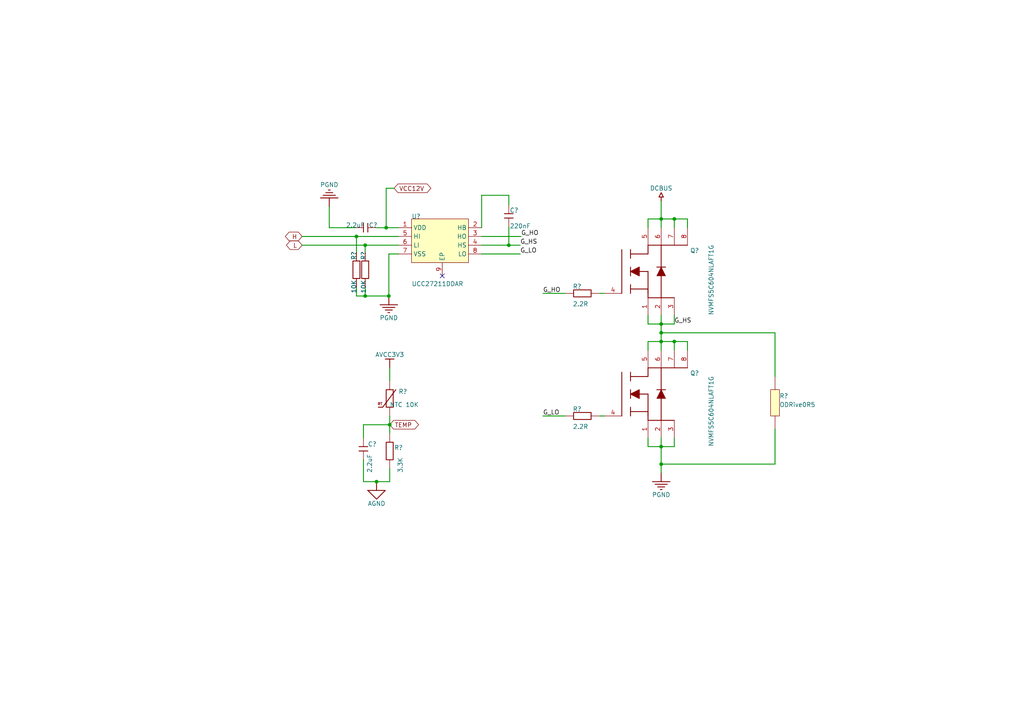
<source format=kicad_sch>
(kicad_sch (version 20211123) (generator eeschema)

  (uuid 5d64e681-b26c-4ce0-8fff-c9898262f19d)

  (paper "A4")

  (title_block
    (title "Aux")
    (date "2022-07-29")
    (company "Sarcomere Dynamics")
  )

  (lib_symbols
    (symbol "new-altium-import:0_BSC037N08NS5ATMA1" (in_bom yes) (on_board yes)
      (property "Reference" "" (id 0) (at 0 0 0)
        (effects (font (size 1.27 1.27)))
      )
      (property "Value" "0_BSC037N08NS5ATMA1" (id 1) (at 0 0 0)
        (effects (font (size 1.27 1.27)))
      )
      (property "Footprint" "" (id 2) (at 0 0 0)
        (effects (font (size 1.27 1.27)) hide)
      )
      (property "Datasheet" "" (id 3) (at 0 0 0)
        (effects (font (size 1.27 1.27)) hide)
      )
      (property "ki_fp_filters" "PG-TDSON-8_L5.0-W6.0-P1.27-LS6.2-BL-EP" (id 4) (at 0 0 0)
        (effects (font (size 1.27 1.27)) hide)
      )
      (symbol "0_BSC037N08NS5ATMA1_1_0"
        (polyline
          (pts
            (xy -7.62 6.35)
            (xy -7.62 19.05)
          )
          (stroke (width 0.254) (type default) (color 0 0 0 0))
          (fill (type none))
        )
        (polyline
          (pts
            (xy -5.08 8.89)
            (xy -5.08 6.35)
          )
          (stroke (width 0.254) (type default) (color 0 0 0 0))
          (fill (type none))
        )
        (polyline
          (pts
            (xy -5.08 11.43)
            (xy -5.08 13.97)
          )
          (stroke (width 0.254) (type default) (color 0 0 0 0))
          (fill (type none))
        )
        (polyline
          (pts
            (xy -5.08 12.7)
            (xy 0 12.7)
          )
          (stroke (width 0.254) (type default) (color 0 0 0 0))
          (fill (type none))
        )
        (polyline
          (pts
            (xy -5.08 16.51)
            (xy -5.08 19.05)
          )
          (stroke (width 0.254) (type default) (color 0 0 0 0))
          (fill (type none))
        )
        (polyline
          (pts
            (xy 0 5.08)
            (xy 7.62 5.08)
          )
          (stroke (width 0.254) (type default) (color 0 0 0 0))
          (fill (type none))
        )
        (polyline
          (pts
            (xy 0 12.7)
            (xy 0 6.35)
          )
          (stroke (width 0.254) (type default) (color 0 0 0 0))
          (fill (type none))
        )
        (polyline
          (pts
            (xy 0 20.32)
            (xy 11.43 20.32)
          )
          (stroke (width 0.254) (type default) (color 0 0 0 0))
          (fill (type none))
        )
        (polyline
          (pts
            (xy 2.54 13.97)
            (xy 5.08 13.97)
          )
          (stroke (width 0.254) (type default) (color 0 0 0 0))
          (fill (type none))
        )
        (polyline
          (pts
            (xy 3.81 5.08)
            (xy 3.81 20.32)
          )
          (stroke (width 0.254) (type default) (color 0 0 0 0))
          (fill (type none))
        )
        (polyline
          (pts
            (xy -5.08 7.62)
            (xy 0 7.62)
            (xy 0 5.08)
          )
          (stroke (width 0.254) (type default) (color 0 0 0 0))
          (fill (type none))
        )
        (polyline
          (pts
            (xy -5.08 17.78)
            (xy 0 17.78)
            (xy 0 20.32)
          )
          (stroke (width 0.254) (type default) (color 0 0 0 0))
          (fill (type none))
        )
        (polyline
          (pts
            (xy -5.08 12.7)
            (xy -2.54 13.97)
            (xy -2.54 11.43)
            (xy -5.08 12.7)
            (xy -5.08 12.7)
          )
          (stroke (width 0.254) (type default) (color 0 0 0 0))
          (fill (type outline))
        )
        (polyline
          (pts
            (xy 3.81 13.97)
            (xy 2.54 11.43)
            (xy 5.08 11.43)
            (xy 3.81 13.97)
            (xy 3.81 13.97)
          )
          (stroke (width 0) (type default) (color 0 0 0 0))
          (fill (type outline))
        )
        (pin passive line (at 0 0 90) (length 5.08)
          (name "1" (effects (font (size 0 0))))
          (number "1" (effects (font (size 1.27 1.27))))
        )
        (pin passive line (at 3.81 0 90) (length 5.08)
          (name "2" (effects (font (size 0 0))))
          (number "2" (effects (font (size 1.27 1.27))))
        )
        (pin passive line (at 7.62 0 90) (length 5.08)
          (name "3" (effects (font (size 0 0))))
          (number "3" (effects (font (size 1.27 1.27))))
        )
        (pin passive line (at -12.7 6.35 0) (length 5.08)
          (name "4" (effects (font (size 0 0))))
          (number "4" (effects (font (size 1.27 1.27))))
        )
        (pin passive line (at 0 25.4 270) (length 5.08)
          (name "5" (effects (font (size 0 0))))
          (number "5" (effects (font (size 1.27 1.27))))
        )
        (pin passive line (at 3.81 25.4 270) (length 5.08)
          (name "6" (effects (font (size 0 0))))
          (number "6" (effects (font (size 1.27 1.27))))
        )
        (pin passive line (at 7.62 25.4 270) (length 5.08)
          (name "7" (effects (font (size 0 0))))
          (number "7" (effects (font (size 1.27 1.27))))
        )
        (pin passive line (at 11.43 25.4 270) (length 5.08)
          (name "8" (effects (font (size 0 0))))
          (number "8" (effects (font (size 1.27 1.27))))
        )
      )
    )
    (symbol "new-altium-import:0_R" (in_bom yes) (on_board yes)
      (property "Reference" "" (id 0) (at 0 0 0)
        (effects (font (size 1.27 1.27)))
      )
      (property "Value" "0_R" (id 1) (at 0 0 0)
        (effects (font (size 1.27 1.27)))
      )
      (property "Footprint" "" (id 2) (at 0 0 0)
        (effects (font (size 1.27 1.27)) hide)
      )
      (property "Datasheet" "" (id 3) (at 0 0 0)
        (effects (font (size 1.27 1.27)) hide)
      )
      (property "ki_description" "贴片电阻" (id 4) (at 0 0 0)
        (effects (font (size 1.27 1.27)) hide)
      )
      (property "ki_fp_filters" "R{space}0603_L" (id 5) (at 0 0 0)
        (effects (font (size 1.27 1.27)) hide)
      )
      (symbol "0_R_1_0"
        (polyline
          (pts
            (xy 7.62 -1.016)
            (xy 7.62 1.016)
            (xy 2.54 1.016)
            (xy 2.54 -1.016)
            (xy 7.62 -1.016)
          )
          (stroke (width 0.254) (type default) (color 0 0 0 0))
          (fill (type none))
        )
        (pin passive line (at 0 0 0) (length 2.54)
          (name "1" (effects (font (size 0 0))))
          (number "1" (effects (font (size 0 0))))
        )
        (pin passive line (at 10.16 0 180) (length 2.54)
          (name "2" (effects (font (size 0 0))))
          (number "2" (effects (font (size 0 0))))
        )
      )
    )
    (symbol "new-altium-import:0_RT" (in_bom yes) (on_board yes)
      (property "Reference" "" (id 0) (at 0 0 0)
        (effects (font (size 1.27 1.27)))
      )
      (property "Value" "0_RT" (id 1) (at 0 0 0)
        (effects (font (size 1.27 1.27)))
      )
      (property "Footprint" "" (id 2) (at 0 0 0)
        (effects (font (size 1.27 1.27)) hide)
      )
      (property "Datasheet" "" (id 3) (at 0 0 0)
        (effects (font (size 1.27 1.27)) hide)
      )
      (property "ki_description" "热敏电阻" (id 4) (at 0 0 0)
        (effects (font (size 1.27 1.27)) hide)
      )
      (property "ki_fp_filters" "R{space}0805-HP_L" (id 5) (at 0 0 0)
        (effects (font (size 1.27 1.27)) hide)
      )
      (symbol "0_RT_1_0"
        (polyline
          (pts
            (xy -3.302 2.54)
            (xy -2.032 2.54)
            (xy 1.778 7.62)
          )
          (stroke (width 0.254) (type default) (color 0 0 0 0))
          (fill (type none))
        )
        (polyline
          (pts
            (xy 1.016 7.62)
            (xy -1.016 7.62)
            (xy -1.016 2.54)
            (xy 1.016 2.54)
            (xy 1.016 7.62)
          )
          (stroke (width 0.254) (type default) (color 0 0 0 0))
          (fill (type none))
        )
        (text "RT" (at -3.556 3.048 0)
          (effects (font (size 0.762 0.762)) (justify left bottom))
        )
        (pin passive line (at 0 0 90) (length 2.54)
          (name "1" (effects (font (size 0 0))))
          (number "1" (effects (font (size 0 0))))
        )
        (pin passive line (at 0 10.16 270) (length 2.54)
          (name "2" (effects (font (size 0 0))))
          (number "2" (effects (font (size 0 0))))
        )
      )
    )
    (symbol "new-altium-import:0_UCC27211DDAR" (in_bom yes) (on_board yes)
      (property "Reference" "" (id 0) (at 0 0 0)
        (effects (font (size 1.27 1.27)))
      )
      (property "Value" "0_UCC27211DDAR" (id 1) (at 0 0 0)
        (effects (font (size 1.27 1.27)))
      )
      (property "Footprint" "" (id 2) (at 0 0 0)
        (effects (font (size 1.27 1.27)) hide)
      )
      (property "Datasheet" "" (id 3) (at 0 0 0)
        (effects (font (size 1.27 1.27)) hide)
      )
      (property "ki_fp_filters" "SO-8_EP" (id 4) (at 0 0 0)
        (effects (font (size 1.27 1.27)) hide)
      )
      (symbol "0_UCC27211DDAR_1_0"
        (rectangle (start 16.51 12.7) (end 0 0)
          (stroke (width 0) (type default) (color 0 0 0 0))
          (fill (type background))
        )
        (pin passive line (at -3.81 10.16 0) (length 3.81)
          (name "VDD" (effects (font (size 1.27 1.27))))
          (number "1" (effects (font (size 1.27 1.27))))
        )
        (pin passive line (at 20.32 10.16 180) (length 3.81)
          (name "HB" (effects (font (size 1.27 1.27))))
          (number "2" (effects (font (size 1.27 1.27))))
        )
        (pin passive line (at 20.32 7.62 180) (length 3.81)
          (name "HO" (effects (font (size 1.27 1.27))))
          (number "3" (effects (font (size 1.27 1.27))))
        )
        (pin passive line (at 20.32 5.08 180) (length 3.81)
          (name "HS" (effects (font (size 1.27 1.27))))
          (number "4" (effects (font (size 1.27 1.27))))
        )
        (pin passive line (at -3.81 7.62 0) (length 3.81)
          (name "HI" (effects (font (size 1.27 1.27))))
          (number "5" (effects (font (size 1.27 1.27))))
        )
        (pin passive line (at -3.81 5.08 0) (length 3.81)
          (name "LI" (effects (font (size 1.27 1.27))))
          (number "6" (effects (font (size 1.27 1.27))))
        )
        (pin passive line (at -3.81 2.54 0) (length 3.81)
          (name "VSS" (effects (font (size 1.27 1.27))))
          (number "7" (effects (font (size 1.27 1.27))))
        )
        (pin passive line (at 20.32 2.54 180) (length 3.81)
          (name "LO" (effects (font (size 1.27 1.27))))
          (number "8" (effects (font (size 1.27 1.27))))
        )
        (pin passive line (at 8.89 -3.81 90) (length 3.81)
          (name "EP" (effects (font (size 1.27 1.27))))
          (number "9" (effects (font (size 1.27 1.27))))
        )
      )
    )
    (symbol "new-altium-import:1_C" (in_bom yes) (on_board yes)
      (property "Reference" "" (id 0) (at 0 0 0)
        (effects (font (size 1.27 1.27)))
      )
      (property "Value" "1_C" (id 1) (at 0 0 0)
        (effects (font (size 1.27 1.27)))
      )
      (property "Footprint" "" (id 2) (at 0 0 0)
        (effects (font (size 1.27 1.27)) hide)
      )
      (property "Datasheet" "" (id 3) (at 0 0 0)
        (effects (font (size 1.27 1.27)) hide)
      )
      (property "ki_description" "贴片电容" (id 4) (at 0 0 0)
        (effects (font (size 1.27 1.27)) hide)
      )
      (property "ki_fp_filters" "C{space}0805_L" (id 5) (at 0 0 0)
        (effects (font (size 1.27 1.27)) hide)
      )
      (symbol "1_C_1_0"
        (polyline
          (pts
            (xy -1.27 2.54)
            (xy 1.27 2.54)
          )
          (stroke (width 0.254) (type default) (color 0 0 0 0))
          (fill (type none))
        )
        (polyline
          (pts
            (xy -1.27 3.81)
            (xy 1.27 3.81)
          )
          (stroke (width 0.254) (type default) (color 0 0 0 0))
          (fill (type none))
        )
        (pin passive line (at 0 0 90) (length 2.54)
          (name "1" (effects (font (size 0 0))))
          (number "1" (effects (font (size 0 0))))
        )
        (pin passive line (at 0 6.35 270) (length 2.54)
          (name "2" (effects (font (size 0 0))))
          (number "2" (effects (font (size 0 0))))
        )
      )
    )
    (symbol "new-altium-import:1_ODRive0R5" (in_bom yes) (on_board yes)
      (property "Reference" "" (id 0) (at 0 0 0)
        (effects (font (size 1.27 1.27)))
      )
      (property "Value" "1_ODRive0R5" (id 1) (at 0 0 0)
        (effects (font (size 1.27 1.27)))
      )
      (property "Footprint" "" (id 2) (at 0 0 0)
        (effects (font (size 1.27 1.27)) hide)
      )
      (property "Datasheet" "" (id 3) (at 0 0 0)
        (effects (font (size 1.27 1.27)) hide)
      )
      (property "ki_fp_filters" "ODrive_0R5" (id 4) (at 0 0 0)
        (effects (font (size 1.27 1.27)) hide)
      )
      (symbol "1_ODRive0R5_1_0"
        (rectangle (start 0 7.62) (end -2.54 0)
          (stroke (width 0) (type default) (color 0 0 0 0))
          (fill (type background))
        )
        (pin passive line (at -1.27 -3.81 90) (length 3.81)
          (name "1" (effects (font (size 0 0))))
          (number "1" (effects (font (size 0 0))))
        )
        (pin passive line (at -1.27 11.43 270) (length 3.81)
          (name "2" (effects (font (size 0 0))))
          (number "2" (effects (font (size 0 0))))
        )
      )
    )
    (symbol "new-altium-import:1_R" (in_bom yes) (on_board yes)
      (property "Reference" "" (id 0) (at 0 0 0)
        (effects (font (size 1.27 1.27)))
      )
      (property "Value" "1_R" (id 1) (at 0 0 0)
        (effects (font (size 1.27 1.27)))
      )
      (property "Footprint" "" (id 2) (at 0 0 0)
        (effects (font (size 1.27 1.27)) hide)
      )
      (property "Datasheet" "" (id 3) (at 0 0 0)
        (effects (font (size 1.27 1.27)) hide)
      )
      (property "ki_description" "贴片电阻" (id 4) (at 0 0 0)
        (effects (font (size 1.27 1.27)) hide)
      )
      (property "ki_fp_filters" "R{space}0805_L" (id 5) (at 0 0 0)
        (effects (font (size 1.27 1.27)) hide)
      )
      (symbol "1_R_1_0"
        (polyline
          (pts
            (xy 1.016 7.62)
            (xy -1.016 7.62)
            (xy -1.016 2.54)
            (xy 1.016 2.54)
            (xy 1.016 7.62)
          )
          (stroke (width 0.254) (type default) (color 0 0 0 0))
          (fill (type none))
        )
        (pin passive line (at 0 0 90) (length 2.54)
          (name "1" (effects (font (size 0 0))))
          (number "1" (effects (font (size 0 0))))
        )
        (pin passive line (at 0 10.16 270) (length 2.54)
          (name "2" (effects (font (size 0 0))))
          (number "2" (effects (font (size 0 0))))
        )
      )
    )
    (symbol "new-altium-import:2_C" (in_bom yes) (on_board yes)
      (property "Reference" "" (id 0) (at 0 0 0)
        (effects (font (size 1.27 1.27)))
      )
      (property "Value" "2_C" (id 1) (at 0 0 0)
        (effects (font (size 1.27 1.27)))
      )
      (property "Footprint" "" (id 2) (at 0 0 0)
        (effects (font (size 1.27 1.27)) hide)
      )
      (property "Datasheet" "" (id 3) (at 0 0 0)
        (effects (font (size 1.27 1.27)) hide)
      )
      (property "ki_description" "贴片电容" (id 4) (at 0 0 0)
        (effects (font (size 1.27 1.27)) hide)
      )
      (property "ki_fp_filters" "C{space}0603_L" (id 5) (at 0 0 0)
        (effects (font (size 1.27 1.27)) hide)
      )
      (symbol "2_C_1_0"
        (polyline
          (pts
            (xy -3.81 -1.27)
            (xy -3.81 1.27)
          )
          (stroke (width 0.254) (type default) (color 0 0 0 0))
          (fill (type none))
        )
        (polyline
          (pts
            (xy -2.54 -1.27)
            (xy -2.54 1.27)
          )
          (stroke (width 0.254) (type default) (color 0 0 0 0))
          (fill (type none))
        )
        (pin passive line (at 0 0 180) (length 2.54)
          (name "1" (effects (font (size 0 0))))
          (number "1" (effects (font (size 0 0))))
        )
        (pin passive line (at -6.35 0 0) (length 2.54)
          (name "2" (effects (font (size 0 0))))
          (number "2" (effects (font (size 0 0))))
        )
      )
    )
    (symbol "new-altium-import:3_C" (in_bom yes) (on_board yes)
      (property "Reference" "" (id 0) (at 0 0 0)
        (effects (font (size 1.27 1.27)))
      )
      (property "Value" "3_C" (id 1) (at 0 0 0)
        (effects (font (size 1.27 1.27)))
      )
      (property "Footprint" "" (id 2) (at 0 0 0)
        (effects (font (size 1.27 1.27)) hide)
      )
      (property "Datasheet" "" (id 3) (at 0 0 0)
        (effects (font (size 1.27 1.27)) hide)
      )
      (property "ki_description" "贴片电容" (id 4) (at 0 0 0)
        (effects (font (size 1.27 1.27)) hide)
      )
      (property "ki_fp_filters" "C{space}0603_L" (id 5) (at 0 0 0)
        (effects (font (size 1.27 1.27)) hide)
      )
      (symbol "3_C_1_0"
        (polyline
          (pts
            (xy 1.27 -3.81)
            (xy -1.27 -3.81)
          )
          (stroke (width 0.254) (type default) (color 0 0 0 0))
          (fill (type none))
        )
        (polyline
          (pts
            (xy 1.27 -2.54)
            (xy -1.27 -2.54)
          )
          (stroke (width 0.254) (type default) (color 0 0 0 0))
          (fill (type none))
        )
        (pin passive line (at 0 0 270) (length 2.54)
          (name "1" (effects (font (size 0 0))))
          (number "1" (effects (font (size 0 0))))
        )
        (pin passive line (at 0 -6.35 90) (length 2.54)
          (name "2" (effects (font (size 0 0))))
          (number "2" (effects (font (size 0 0))))
        )
      )
    )
    (symbol "new-altium-import:AGND" (power) (in_bom yes) (on_board yes)
      (property "Reference" "#PWR" (id 0) (at 0 0 0)
        (effects (font (size 1.27 1.27)))
      )
      (property "Value" "AGND" (id 1) (at 0 6.35 0)
        (effects (font (size 1.27 1.27)))
      )
      (property "Footprint" "" (id 2) (at 0 0 0)
        (effects (font (size 1.27 1.27)) hide)
      )
      (property "Datasheet" "" (id 3) (at 0 0 0)
        (effects (font (size 1.27 1.27)) hide)
      )
      (property "ki_keywords" "power-flag" (id 4) (at 0 0 0)
        (effects (font (size 1.27 1.27)) hide)
      )
      (property "ki_description" "Power symbol creates a global label with name 'AGND'" (id 5) (at 0 0 0)
        (effects (font (size 1.27 1.27)) hide)
      )
      (symbol "AGND_0_0"
        (polyline
          (pts
            (xy 0 0)
            (xy 0 -2.54)
          )
          (stroke (width 0.254) (type default) (color 0 0 0 0))
          (fill (type none))
        )
        (polyline
          (pts
            (xy -2.54 -2.54)
            (xy 2.54 -2.54)
            (xy 0 -5.08)
            (xy -2.54 -2.54)
          )
          (stroke (width 0.254) (type default) (color 0 0 0 0))
          (fill (type none))
        )
        (pin power_in line (at 0 0 0) (length 0) hide
          (name "AGND" (effects (font (size 1.27 1.27))))
          (number "" (effects (font (size 1.27 1.27))))
        )
      )
    )
    (symbol "new-altium-import:AVCC3V3" (power) (in_bom yes) (on_board yes)
      (property "Reference" "#PWR" (id 0) (at 0 0 0)
        (effects (font (size 1.27 1.27)))
      )
      (property "Value" "AVCC3V3" (id 1) (at 0 3.81 0)
        (effects (font (size 1.27 1.27)))
      )
      (property "Footprint" "" (id 2) (at 0 0 0)
        (effects (font (size 1.27 1.27)) hide)
      )
      (property "Datasheet" "" (id 3) (at 0 0 0)
        (effects (font (size 1.27 1.27)) hide)
      )
      (property "ki_keywords" "power-flag" (id 4) (at 0 0 0)
        (effects (font (size 1.27 1.27)) hide)
      )
      (property "ki_description" "Power symbol creates a global label with name 'AVCC3V3'" (id 5) (at 0 0 0)
        (effects (font (size 1.27 1.27)) hide)
      )
      (symbol "AVCC3V3_0_0"
        (polyline
          (pts
            (xy -1.27 -2.54)
            (xy 1.27 -2.54)
          )
          (stroke (width 0.254) (type default) (color 0 0 0 0))
          (fill (type none))
        )
        (polyline
          (pts
            (xy 0 0)
            (xy 0 -2.54)
          )
          (stroke (width 0.254) (type default) (color 0 0 0 0))
          (fill (type none))
        )
        (pin power_in line (at 0 0 0) (length 0) hide
          (name "AVCC3V3" (effects (font (size 1.27 1.27))))
          (number "" (effects (font (size 1.27 1.27))))
        )
      )
    )
    (symbol "new-altium-import:DCBUS" (power) (in_bom yes) (on_board yes)
      (property "Reference" "#PWR" (id 0) (at 0 0 0)
        (effects (font (size 1.27 1.27)))
      )
      (property "Value" "DCBUS" (id 1) (at 0 3.81 0)
        (effects (font (size 1.27 1.27)))
      )
      (property "Footprint" "" (id 2) (at 0 0 0)
        (effects (font (size 1.27 1.27)) hide)
      )
      (property "Datasheet" "" (id 3) (at 0 0 0)
        (effects (font (size 1.27 1.27)) hide)
      )
      (property "ki_keywords" "power-flag" (id 4) (at 0 0 0)
        (effects (font (size 1.27 1.27)) hide)
      )
      (property "ki_description" "Power symbol creates a global label with name 'DCBUS'" (id 5) (at 0 0 0)
        (effects (font (size 1.27 1.27)) hide)
      )
      (symbol "DCBUS_0_0"
        (polyline
          (pts
            (xy 0 0)
            (xy 0 -1.27)
          )
          (stroke (width 0.254) (type default) (color 0 0 0 0))
          (fill (type none))
        )
        (polyline
          (pts
            (xy -0.635 -1.27)
            (xy 0.635 -1.27)
            (xy 0 -2.54)
            (xy -0.635 -1.27)
          )
          (stroke (width 0.254) (type default) (color 0 0 0 0))
          (fill (type none))
        )
        (pin power_in line (at 0 0 0) (length 0) hide
          (name "DCBUS" (effects (font (size 1.27 1.27))))
          (number "" (effects (font (size 1.27 1.27))))
        )
      )
    )
    (symbol "new-altium-import:PGND" (power) (in_bom yes) (on_board yes)
      (property "Reference" "#PWR" (id 0) (at 0 0 0)
        (effects (font (size 1.27 1.27)))
      )
      (property "Value" "PGND" (id 1) (at 0 6.35 0)
        (effects (font (size 1.27 1.27)))
      )
      (property "Footprint" "" (id 2) (at 0 0 0)
        (effects (font (size 1.27 1.27)) hide)
      )
      (property "Datasheet" "" (id 3) (at 0 0 0)
        (effects (font (size 1.27 1.27)) hide)
      )
      (property "ki_keywords" "power-flag" (id 4) (at 0 0 0)
        (effects (font (size 1.27 1.27)) hide)
      )
      (property "ki_description" "Power symbol creates a global label with name 'PGND'" (id 5) (at 0 0 0)
        (effects (font (size 1.27 1.27)) hide)
      )
      (symbol "PGND_0_0"
        (polyline
          (pts
            (xy -2.54 -2.54)
            (xy 2.54 -2.54)
          )
          (stroke (width 0.254) (type default) (color 0 0 0 0))
          (fill (type none))
        )
        (polyline
          (pts
            (xy -1.778 -3.302)
            (xy 1.778 -3.302)
          )
          (stroke (width 0.254) (type default) (color 0 0 0 0))
          (fill (type none))
        )
        (polyline
          (pts
            (xy -1.016 -4.064)
            (xy 1.016 -4.064)
          )
          (stroke (width 0.254) (type default) (color 0 0 0 0))
          (fill (type none))
        )
        (polyline
          (pts
            (xy -0.254 -4.826)
            (xy 0.254 -4.826)
          )
          (stroke (width 0.254) (type default) (color 0 0 0 0))
          (fill (type none))
        )
        (polyline
          (pts
            (xy 0 0)
            (xy 0 -2.54)
          )
          (stroke (width 0.254) (type default) (color 0 0 0 0))
          (fill (type none))
        )
        (pin power_in line (at 0 0 0) (length 0) hide
          (name "PGND" (effects (font (size 1.27 1.27))))
          (number "" (effects (font (size 1.27 1.27))))
        )
      )
    )
  )

  (junction (at 109.22 139.7) (diameter 0) (color 0 0 0 0)
    (uuid 07f2e1be-8f8f-4d0f-949f-346466cf5ffe)
  )
  (junction (at 191.77 129.54) (diameter 0) (color 0 0 0 0)
    (uuid 2439b46e-3dd2-4501-96a7-0e4876cff203)
  )
  (junction (at 113.03 123.19) (diameter 0) (color 0 0 0 0)
    (uuid 4e23b693-91ee-4df7-95e5-34ad510fecdf)
  )
  (junction (at 191.77 63.5) (diameter 0) (color 0 0 0 0)
    (uuid 6136241b-f802-48c0-826d-5bd940edf574)
  )
  (junction (at 195.58 99.06) (diameter 0) (color 0 0 0 0)
    (uuid 653ffe09-a3e8-4572-993d-348d9a6f4dbd)
  )
  (junction (at 112.014 66.04) (diameter 0) (color 0 0 0 0)
    (uuid 73d8eb06-6bb3-4680-9e1f-c47fc2bc75ac)
  )
  (junction (at 191.77 93.98) (diameter 0) (color 0 0 0 0)
    (uuid 7553e521-52da-4583-a9ef-9a8fa6036a52)
  )
  (junction (at 191.77 134.62) (diameter 0) (color 0 0 0 0)
    (uuid 802970d4-168b-479a-8038-722ad842c3be)
  )
  (junction (at 191.77 96.52) (diameter 0) (color 0 0 0 0)
    (uuid 88cdf929-8b46-4957-828a-a9e9b3eb69e0)
  )
  (junction (at 147.574 71.12) (diameter 0) (color 0 0 0 0)
    (uuid b31a6bd8-320f-4576-96a6-d57a43371d27)
  )
  (junction (at 195.58 63.5) (diameter 0) (color 0 0 0 0)
    (uuid b89039e2-9005-423c-90bc-758c740d894d)
  )
  (junction (at 105.918 71.12) (diameter 0) (color 0 0 0 0)
    (uuid d0b15259-55cc-4091-8fc0-4a4da3441a2c)
  )
  (junction (at 105.918 85.852) (diameter 0) (color 0 0 0 0)
    (uuid d6d54b09-3d7a-47f4-8cdc-56fae760069b)
  )
  (junction (at 191.77 99.06) (diameter 0) (color 0 0 0 0)
    (uuid e36ae3ad-9ffb-42c8-bcfd-64d13a0dcb6c)
  )
  (junction (at 112.776 85.852) (diameter 0) (color 0 0 0 0)
    (uuid f7d0df1e-d59b-45c7-9e47-f412b056ecc0)
  )
  (junction (at 103.378 68.58) (diameter 0) (color 0 0 0 0)
    (uuid f9f12b71-a35a-4a5a-8f81-93ca4113ea17)
  )

  (no_connect (at 128.27 80.01) (uuid b6ce336b-8638-4fde-93e8-4f1f1761bf38))

  (wire (pts (xy 113.03 135.89) (xy 113.03 139.7))
    (stroke (width 0.254) (type default) (color 0 0 0 0))
    (uuid 0030607a-8546-4d1c-a850-968041865d51)
  )
  (wire (pts (xy 191.77 63.5) (xy 191.77 66.04))
    (stroke (width 0.254) (type default) (color 0 0 0 0))
    (uuid 039cbf92-1d24-46f0-8eaa-6bb364f66a07)
  )
  (wire (pts (xy 157.48 85.09) (xy 163.83 85.09))
    (stroke (width 0.254) (type default) (color 0 0 0 0))
    (uuid 07a6b534-7617-49fe-83ec-bb49ad04c83d)
  )
  (wire (pts (xy 103.378 85.852) (xy 105.918 85.852))
    (stroke (width 0.254) (type default) (color 0 0 0 0))
    (uuid 0c7414bc-caec-48f3-9c77-22ece1451f39)
  )
  (wire (pts (xy 187.96 127) (xy 187.96 129.54))
    (stroke (width 0.254) (type default) (color 0 0 0 0))
    (uuid 0edd298f-0679-4426-ab48-cb2ea5ec42fd)
  )
  (wire (pts (xy 173.99 120.65) (xy 175.26 120.65))
    (stroke (width 0.254) (type default) (color 0 0 0 0))
    (uuid 0fd5be5c-a9e8-41c5-8354-5762a6425dbd)
  )
  (wire (pts (xy 191.77 96.52) (xy 191.77 99.06))
    (stroke (width 0.254) (type default) (color 0 0 0 0))
    (uuid 149117c2-a932-408b-8511-faf76b53c932)
  )
  (wire (pts (xy 195.58 129.54) (xy 191.77 129.54))
    (stroke (width 0.254) (type default) (color 0 0 0 0))
    (uuid 15e88988-62db-4a68-be69-68045662b1c6)
  )
  (wire (pts (xy 109.22 139.7) (xy 105.41 139.7))
    (stroke (width 0.254) (type default) (color 0 0 0 0))
    (uuid 196f44ec-2b15-4e70-a30f-e2c2b1aeb525)
  )
  (wire (pts (xy 191.77 93.98) (xy 191.77 96.52))
    (stroke (width 0.254) (type default) (color 0 0 0 0))
    (uuid 1edc260d-3c60-46b4-9f03-de25f49a5165)
  )
  (wire (pts (xy 199.39 63.5) (xy 195.58 63.5))
    (stroke (width 0.254) (type default) (color 0 0 0 0))
    (uuid 1efa6e9b-d069-4f77-a524-b8a1270ac246)
  )
  (wire (pts (xy 191.77 58.42) (xy 191.77 63.5))
    (stroke (width 0.254) (type default) (color 0 0 0 0))
    (uuid 1f28a2bd-5d08-489e-9d35-1a80481bb88a)
  )
  (wire (pts (xy 112.014 66.04) (xy 112.014 54.61))
    (stroke (width 0.254) (type default) (color 0 0 0 0))
    (uuid 20e4e5f7-d67c-40a4-8cb1-3d6bced73832)
  )
  (wire (pts (xy 187.96 101.6) (xy 187.96 99.06))
    (stroke (width 0.254) (type default) (color 0 0 0 0))
    (uuid 24db4779-0959-409d-8ef3-7bef35083c65)
  )
  (wire (pts (xy 195.58 101.6) (xy 195.58 99.06))
    (stroke (width 0.254) (type default) (color 0 0 0 0))
    (uuid 25854de2-b628-470b-9544-70637f21f170)
  )
  (wire (pts (xy 103.378 68.58) (xy 115.57 68.58))
    (stroke (width 0.254) (type default) (color 0 0 0 0))
    (uuid 28851d9a-2c16-46da-9c50-569405b21bdc)
  )
  (wire (pts (xy 191.77 127) (xy 191.77 129.54))
    (stroke (width 0.254) (type default) (color 0 0 0 0))
    (uuid 2cbc5f2b-59b8-46f7-a708-3ac2b08c56b4)
  )
  (wire (pts (xy 147.574 71.12) (xy 139.7 71.12))
    (stroke (width 0.254) (type default) (color 0 0 0 0))
    (uuid 2fb90f07-732e-4d55-95b3-de609ec50171)
  )
  (wire (pts (xy 195.58 93.98) (xy 191.77 93.98))
    (stroke (width 0.254) (type default) (color 0 0 0 0))
    (uuid 32c33e3e-c039-43c7-879b-f481c752a667)
  )
  (wire (pts (xy 191.77 129.54) (xy 191.77 134.62))
    (stroke (width 0.254) (type default) (color 0 0 0 0))
    (uuid 33a53c7b-8bc5-411a-baec-c940008de448)
  )
  (wire (pts (xy 195.58 63.5) (xy 191.77 63.5))
    (stroke (width 0.254) (type default) (color 0 0 0 0))
    (uuid 37e9e82e-0780-43f6-b45b-2aa8ba2e6cb8)
  )
  (wire (pts (xy 191.77 99.06) (xy 191.77 101.6))
    (stroke (width 0.254) (type default) (color 0 0 0 0))
    (uuid 3fd23363-b1df-40a8-80ab-75d6ad72e5b0)
  )
  (wire (pts (xy 87.63 68.58) (xy 103.378 68.58))
    (stroke (width 0.254) (type default) (color 0 0 0 0))
    (uuid 42504193-3bcb-4cd6-aa9d-76866aec4a0d)
  )
  (wire (pts (xy 187.96 99.06) (xy 191.77 99.06))
    (stroke (width 0.254) (type default) (color 0 0 0 0))
    (uuid 4ebc698e-7c72-4884-ae72-6a78623f1562)
  )
  (wire (pts (xy 87.63 71.12) (xy 105.918 71.12))
    (stroke (width 0.254) (type default) (color 0 0 0 0))
    (uuid 4f69fa5d-588b-4a8c-9da1-8fcf8e6b48fb)
  )
  (wire (pts (xy 187.96 93.98) (xy 191.77 93.98))
    (stroke (width 0.254) (type default) (color 0 0 0 0))
    (uuid 51a7ab95-626b-4e86-a984-60b3d1cfb217)
  )
  (wire (pts (xy 105.41 123.19) (xy 113.03 123.19))
    (stroke (width 0.254) (type default) (color 0 0 0 0))
    (uuid 574a28d9-b389-43c1-8860-92b059a47d28)
  )
  (wire (pts (xy 113.03 123.19) (xy 113.03 125.73))
    (stroke (width 0.254) (type default) (color 0 0 0 0))
    (uuid 5bd05ef1-f024-44ee-a734-228dabe09647)
  )
  (wire (pts (xy 199.39 101.6) (xy 199.39 99.06))
    (stroke (width 0.254) (type default) (color 0 0 0 0))
    (uuid 607b1c3b-6acf-4a25-a245-c86f40793546)
  )
  (wire (pts (xy 113.03 139.7) (xy 109.22 139.7))
    (stroke (width 0.254) (type default) (color 0 0 0 0))
    (uuid 6433f5a8-59a7-4917-a09b-18a1e318caf2)
  )
  (wire (pts (xy 112.776 85.852) (xy 112.776 73.66))
    (stroke (width 0.254) (type default) (color 0 0 0 0))
    (uuid 66cb0600-064e-4e37-9277-b34072cb79b8)
  )
  (wire (pts (xy 195.58 99.06) (xy 191.77 99.06))
    (stroke (width 0.254) (type default) (color 0 0 0 0))
    (uuid 6e3168b5-4ccf-428d-8036-a11e7f7b3a5f)
  )
  (wire (pts (xy 102.87 66.04) (xy 95.504 66.04))
    (stroke (width 0.254) (type default) (color 0 0 0 0))
    (uuid 727a658b-be5f-4575-a9ad-e37be20bc3c0)
  )
  (wire (pts (xy 105.918 73.152) (xy 105.918 71.12))
    (stroke (width 0.254) (type default) (color 0 0 0 0))
    (uuid 751e81d2-2d22-4ff4-8d1b-dfcaa73690d5)
  )
  (wire (pts (xy 157.48 120.65) (xy 163.83 120.65))
    (stroke (width 0.254) (type default) (color 0 0 0 0))
    (uuid 793d0306-1412-4cf4-bf51-20af71c577d9)
  )
  (wire (pts (xy 199.39 66.04) (xy 199.39 63.5))
    (stroke (width 0.254) (type default) (color 0 0 0 0))
    (uuid 856101f7-dd05-4a24-ae61-58d0cef8c8ce)
  )
  (wire (pts (xy 109.22 66.04) (xy 112.014 66.04))
    (stroke (width 0.254) (type default) (color 0 0 0 0))
    (uuid 8a23e101-7d90-4a68-92cf-18980f600395)
  )
  (wire (pts (xy 187.96 63.5) (xy 191.77 63.5))
    (stroke (width 0.254) (type default) (color 0 0 0 0))
    (uuid 8def776a-41f0-4f68-a5de-9e5ba534c8a8)
  )
  (wire (pts (xy 139.7 56.642) (xy 139.7 66.04))
    (stroke (width 0.254) (type default) (color 0 0 0 0))
    (uuid 96869e6b-c932-40d7-82ee-5db45d6a81e0)
  )
  (wire (pts (xy 224.79 96.52) (xy 191.77 96.52))
    (stroke (width 0.254) (type default) (color 0 0 0 0))
    (uuid 99ef3fee-4ecf-4927-85c8-341359ea97bb)
  )
  (wire (pts (xy 195.58 66.04) (xy 195.58 63.5))
    (stroke (width 0.254) (type default) (color 0 0 0 0))
    (uuid 9dafd79b-e42a-445e-a42a-b092bcbdb98e)
  )
  (wire (pts (xy 103.378 83.312) (xy 103.378 85.852))
    (stroke (width 0.254) (type default) (color 0 0 0 0))
    (uuid a0291e26-853c-45d7-a26c-35ffb1e1eda7)
  )
  (wire (pts (xy 113.03 106.68) (xy 113.03 110.49))
    (stroke (width 0.254) (type default) (color 0 0 0 0))
    (uuid a839a881-b4ee-43a5-a4f4-cffc8fcbb8c2)
  )
  (wire (pts (xy 224.79 134.62) (xy 191.77 134.62))
    (stroke (width 0.254) (type default) (color 0 0 0 0))
    (uuid a8e77a2f-613f-485c-8640-c731d0b1f1ee)
  )
  (wire (pts (xy 195.58 127) (xy 195.58 129.54))
    (stroke (width 0.254) (type default) (color 0 0 0 0))
    (uuid ae166744-a800-4cd3-b3a6-99bdd8e53b45)
  )
  (wire (pts (xy 191.77 91.44) (xy 191.77 93.98))
    (stroke (width 0.254) (type default) (color 0 0 0 0))
    (uuid b469b5ec-d909-4cc3-b155-df4d6604709b)
  )
  (wire (pts (xy 113.03 120.65) (xy 113.03 123.19))
    (stroke (width 0.254) (type default) (color 0 0 0 0))
    (uuid b4b40952-6d72-4ade-b7db-7006b55fd37a)
  )
  (wire (pts (xy 112.776 73.66) (xy 115.57 73.66))
    (stroke (width 0.254) (type default) (color 0 0 0 0))
    (uuid b7a458d1-5284-4222-9e92-bb4172c3ee71)
  )
  (wire (pts (xy 105.918 71.12) (xy 115.57 71.12))
    (stroke (width 0.254) (type default) (color 0 0 0 0))
    (uuid b84afe83-5bb6-4815-8937-4159e7c5a297)
  )
  (wire (pts (xy 103.378 73.152) (xy 103.378 68.58))
    (stroke (width 0.254) (type default) (color 0 0 0 0))
    (uuid bdbe8ad1-123b-4f67-b43b-49c2a57311bb)
  )
  (wire (pts (xy 187.96 129.54) (xy 191.77 129.54))
    (stroke (width 0.254) (type default) (color 0 0 0 0))
    (uuid c66853a2-ff5a-4665-a133-8b3055e68da2)
  )
  (wire (pts (xy 199.39 99.06) (xy 195.58 99.06))
    (stroke (width 0.254) (type default) (color 0 0 0 0))
    (uuid cc71c057-f403-4ef5-b93c-6d78cf9a7223)
  )
  (wire (pts (xy 95.504 66.04) (xy 95.504 59.944))
    (stroke (width 0.254) (type default) (color 0 0 0 0))
    (uuid ced77ca6-6e46-4d36-83e5-11694522dcc5)
  )
  (wire (pts (xy 105.41 139.7) (xy 105.41 133.35))
    (stroke (width 0.254) (type default) (color 0 0 0 0))
    (uuid d33fb4b3-a06e-411e-9da0-6ab1bc1b1dc0)
  )
  (wire (pts (xy 150.876 71.12) (xy 147.574 71.12))
    (stroke (width 0.254) (type default) (color 0 0 0 0))
    (uuid d4ee176c-134c-4233-919c-b60d974b9726)
  )
  (wire (pts (xy 105.41 127) (xy 105.41 123.19))
    (stroke (width 0.254) (type default) (color 0 0 0 0))
    (uuid d588c964-91a7-45aa-989f-12778a5fff09)
  )
  (wire (pts (xy 191.77 134.62) (xy 191.77 137.16))
    (stroke (width 0.254) (type default) (color 0 0 0 0))
    (uuid d8fab8e3-5f5e-49af-b269-e2db0da32239)
  )
  (wire (pts (xy 195.58 91.44) (xy 195.58 93.98))
    (stroke (width 0.254) (type default) (color 0 0 0 0))
    (uuid d928a588-b2ac-4f23-8253-f3efdd825226)
  )
  (wire (pts (xy 147.574 56.642) (xy 139.7 56.642))
    (stroke (width 0.254) (type default) (color 0 0 0 0))
    (uuid db49d892-a483-4059-be3a-9cff616abb05)
  )
  (wire (pts (xy 150.876 73.66) (xy 139.7 73.66))
    (stroke (width 0.254) (type default) (color 0 0 0 0))
    (uuid dbe1e234-9af8-44ca-adb2-bc7a5ff2fe6e)
  )
  (wire (pts (xy 147.574 59.436) (xy 147.574 56.642))
    (stroke (width 0.254) (type default) (color 0 0 0 0))
    (uuid de2a6993-5faf-4fc6-a2f1-59424a905546)
  )
  (wire (pts (xy 224.79 124.46) (xy 224.79 134.62))
    (stroke (width 0.254) (type default) (color 0 0 0 0))
    (uuid e11e1258-bac6-4c66-984c-c0e50d4993de)
  )
  (wire (pts (xy 105.918 85.852) (xy 112.776 85.852))
    (stroke (width 0.254) (type default) (color 0 0 0 0))
    (uuid e33203e6-6056-451b-a320-02c7be440eb7)
  )
  (wire (pts (xy 151.13 68.58) (xy 139.7 68.58))
    (stroke (width 0.254) (type default) (color 0 0 0 0))
    (uuid e3f16710-f72c-47b8-91eb-fa8cf06e3f50)
  )
  (wire (pts (xy 105.918 83.312) (xy 105.918 85.852))
    (stroke (width 0.254) (type default) (color 0 0 0 0))
    (uuid e4c6e44f-f70b-4237-96dc-411704c0c971)
  )
  (wire (pts (xy 187.96 66.04) (xy 187.96 63.5))
    (stroke (width 0.254) (type default) (color 0 0 0 0))
    (uuid e6a7e474-8f5c-4ff2-9158-5251257f7ba2)
  )
  (wire (pts (xy 112.014 54.61) (xy 114.3 54.61))
    (stroke (width 0.254) (type default) (color 0 0 0 0))
    (uuid eab78409-d7a7-4399-91c5-c12df6c24900)
  )
  (wire (pts (xy 224.79 109.22) (xy 224.79 96.52))
    (stroke (width 0.254) (type default) (color 0 0 0 0))
    (uuid ecccdb1f-32e6-4409-9e0f-6cf5dc31db72)
  )
  (wire (pts (xy 173.99 85.09) (xy 175.26 85.09))
    (stroke (width 0.254) (type default) (color 0 0 0 0))
    (uuid f35e4dc9-5077-4ea8-aa1a-42b35c0433f7)
  )
  (wire (pts (xy 187.96 91.44) (xy 187.96 93.98))
    (stroke (width 0.254) (type default) (color 0 0 0 0))
    (uuid f4de6670-dede-4394-8267-c5729eb53b9d)
  )
  (wire (pts (xy 115.57 66.04) (xy 112.014 66.04))
    (stroke (width 0.254) (type default) (color 0 0 0 0))
    (uuid ffa3c4c3-29fe-40fe-81ee-97a281182aa1)
  )
  (wire (pts (xy 147.574 65.786) (xy 147.574 71.12))
    (stroke (width 0.254) (type default) (color 0 0 0 0))
    (uuid ffd7fc7f-3605-4b0d-a67f-6524ba6f180e)
  )

  (label "G_HO" (at 157.48 85.09 0)
    (effects (font (size 1.27 1.27)) (justify left bottom))
    (uuid 135de8af-1b1a-41fa-852d-14fce0da1487)
  )
  (label "G_HS" (at 195.58 93.98 0)
    (effects (font (size 1.27 1.27)) (justify left bottom))
    (uuid 21b4abb3-1d91-4f37-9a7f-9de1d9fa464e)
  )
  (label "G_HS" (at 150.876 71.12 0)
    (effects (font (size 1.27 1.27)) (justify left bottom))
    (uuid 2ca21a3a-04ec-4b2a-8973-378b61a10be4)
  )
  (label "G_HO" (at 151.13 68.58 0)
    (effects (font (size 1.27 1.27)) (justify left bottom))
    (uuid 406ef7e4-e782-4bc5-8a40-300da1478d0b)
  )
  (label "G_LO" (at 157.48 120.65 0)
    (effects (font (size 1.27 1.27)) (justify left bottom))
    (uuid 467512dc-3da5-40a8-be24-6035855c35b7)
  )
  (label "G_LO" (at 150.876 73.66 0)
    (effects (font (size 1.27 1.27)) (justify left bottom))
    (uuid 9c8d53c0-8e42-4b37-9456-95ee48e6a040)
  )

  (global_label "H" (shape bidirectional) (at 87.63 68.58 180) (fields_autoplaced)
    (effects (font (size 1.27 1.27)) (justify right))
    (uuid 0be15969-2700-4544-8533-3ed0cff87b9f)
    (property "Intersheet References" "${INTERSHEET_REFS}" (id 0) (at -35.56 -58.2422 0)
      (effects (font (size 1.27 1.27)) hide)
    )
  )
  (global_label "VCC12V" (shape bidirectional) (at 114.3 54.61 0) (fields_autoplaced)
    (effects (font (size 1.27 1.27)) (justify left))
    (uuid 372852e9-6ef6-4bd7-9e19-0f09b443bed6)
    (property "Intersheet References" "${INTERSHEET_REFS}" (id 0) (at -35.56 -58.2422 0)
      (effects (font (size 1.27 1.27)) hide)
    )
  )
  (global_label "TEMP" (shape bidirectional) (at 113.03 123.19 0) (fields_autoplaced)
    (effects (font (size 1.27 1.27)) (justify left))
    (uuid 514ff653-b843-4bdb-ac12-bf7a3e6ef084)
    (property "Intersheet References" "${INTERSHEET_REFS}" (id 0) (at -35.56 -58.2422 0)
      (effects (font (size 1.27 1.27)) hide)
    )
  )
  (global_label "L" (shape bidirectional) (at 87.63 71.12 180) (fields_autoplaced)
    (effects (font (size 1.27 1.27)) (justify right))
    (uuid e8882bd6-9ab8-4e29-b796-14eca514f33e)
    (property "Intersheet References" "${INTERSHEET_REFS}" (id 0) (at -35.56 -58.2422 0)
      (effects (font (size 1.27 1.27)) hide)
    )
  )

  (symbol (lib_id "new-altium-import:PGND") (at 95.504 59.944 180) (unit 1)
    (in_bom yes) (on_board yes)
    (uuid 1d8baceb-2740-4b91-9383-0220dd03e2f9)
    (property "Reference" "#PWR?" (id 0) (at 95.504 59.944 0)
      (effects (font (size 1.27 1.27)) hide)
    )
    (property "Value" "PGND" (id 1) (at 95.504 53.594 0))
    (property "Footprint" "" (id 2) (at 95.504 59.944 0)
      (effects (font (size 1.27 1.27)) hide)
    )
    (property "Datasheet" "" (id 3) (at 95.504 59.944 0)
      (effects (font (size 1.27 1.27)) hide)
    )
    (pin "" (uuid 1ac341f9-2e96-43d5-9000-fd845bca3d5f))
  )

  (symbol (lib_id "new-altium-import:0_RT") (at 113.03 120.65 0) (unit 1)
    (in_bom yes) (on_board yes)
    (uuid 23433b3c-f9de-4883-b538-68b42e23fd90)
    (property "Reference" "R?" (id 0) (at 115.57 114.3 0)
      (effects (font (size 1.27 1.27)) (justify left bottom))
    )
    (property "Value" "NTC 10K" (id 1) (at 113.03 118.11 0)
      (effects (font (size 1.27 1.27)) (justify left bottom))
    )
    (property "Footprint" "R 0805-HP_L" (id 2) (at 113.03 120.65 0)
      (effects (font (size 1.27 1.27)) hide)
    )
    (property "Datasheet" "" (id 3) (at 113.03 120.65 0)
      (effects (font (size 1.27 1.27)) hide)
    )
    (pin "1" (uuid 197e6c06-54bb-40be-9004-1249cc80b681))
    (pin "2" (uuid 4ead9f5d-4480-4f1d-a07e-8a2925e765fd))
  )

  (symbol (lib_id "new-altium-import:3_C") (at 105.41 127 0) (unit 1)
    (in_bom yes) (on_board yes)
    (uuid 2b11ff4e-517e-4e47-bcc9-7a796363620d)
    (property "Reference" "C?" (id 0) (at 106.68 129.54 0)
      (effects (font (size 1.27 1.27)) (justify left bottom))
    )
    (property "Value" "2.2uF" (id 1) (at 107.95 137.16 90)
      (effects (font (size 1.27 1.27)) (justify left bottom))
    )
    (property "Footprint" "C 0603_L" (id 2) (at 105.41 127 0)
      (effects (font (size 1.27 1.27)) hide)
    )
    (property "Datasheet" "" (id 3) (at 105.41 127 0)
      (effects (font (size 1.27 1.27)) hide)
    )
    (pin "1" (uuid b4ea6b86-3386-474a-89eb-ff204915b73e))
    (pin "2" (uuid f0fcd67e-5ee8-4e9c-b138-cb5d904c2a8d))
  )

  (symbol (lib_id "new-altium-import:AVCC3V3") (at 113.03 106.68 180) (unit 1)
    (in_bom yes) (on_board yes)
    (uuid 3334cb0c-8204-49a4-b7ae-29417b8e3a96)
    (property "Reference" "#PWR?" (id 0) (at 113.03 106.68 0)
      (effects (font (size 1.27 1.27)) hide)
    )
    (property "Value" "AVCC3V3" (id 1) (at 113.03 102.87 0))
    (property "Footprint" "" (id 2) (at 113.03 106.68 0)
      (effects (font (size 1.27 1.27)) hide)
    )
    (property "Datasheet" "" (id 3) (at 113.03 106.68 0)
      (effects (font (size 1.27 1.27)) hide)
    )
    (pin "" (uuid 1fe59cd0-a461-4475-823d-e08fed6580df))
  )

  (symbol (lib_id "new-altium-import:PGND") (at 112.776 85.852 0) (unit 1)
    (in_bom yes) (on_board yes)
    (uuid 3533791e-c16f-46fe-8f48-144bc2249e75)
    (property "Reference" "#PWR?" (id 0) (at 112.776 85.852 0)
      (effects (font (size 1.27 1.27)) hide)
    )
    (property "Value" "PGND" (id 1) (at 112.776 92.202 0))
    (property "Footprint" "" (id 2) (at 112.776 85.852 0)
      (effects (font (size 1.27 1.27)) hide)
    )
    (property "Datasheet" "" (id 3) (at 112.776 85.852 0)
      (effects (font (size 1.27 1.27)) hide)
    )
    (pin "" (uuid eee623cf-7e19-4d2c-a0d2-e598df914292))
  )

  (symbol (lib_id "new-altium-import:0_BSC037N08NS5ATMA1") (at 187.96 127 0) (unit 1)
    (in_bom yes) (on_board yes)
    (uuid 3ae66b8c-2252-470d-9c59-e40547a4951f)
    (property "Reference" "Q?" (id 0) (at 200.152 108.966 0)
      (effects (font (size 1.27 1.27)) (justify left bottom))
    )
    (property "Value" "NVMFS5C604NLAFT1G" (id 1) (at 207.01 129.54 90)
      (effects (font (size 1.27 1.27)) (justify left bottom))
    )
    (property "Footprint" "PG-TDSON-8_L5.0-W6.0-P1.27-LS6.2-BL-EP" (id 2) (at 187.96 127 0)
      (effects (font (size 1.27 1.27)) hide)
    )
    (property "Datasheet" "" (id 3) (at 187.96 127 0)
      (effects (font (size 1.27 1.27)) hide)
    )
    (pin "1" (uuid d00454a3-4945-4b86-9aa6-1fb0194c1396))
    (pin "2" (uuid 747a1938-c310-4420-a70c-b1fa1a41dc32))
    (pin "3" (uuid 8923bba1-efb1-4611-bf76-275d5a9a8987))
    (pin "4" (uuid 1b904917-d7cb-4093-9b5c-aa5aebff114f))
    (pin "5" (uuid 91d41ea5-7053-481b-be33-7bd3e6e94201))
    (pin "6" (uuid 755631db-0146-44c2-96d9-771dabdc7c28))
    (pin "7" (uuid 91546dab-fbbb-4eef-935d-e578d4ea92cc))
    (pin "8" (uuid f3eaecbf-2be1-433f-b041-f7336c0f9ce5))
  )

  (symbol (lib_id "new-altium-import:AGND") (at 109.22 139.7 0) (unit 1)
    (in_bom yes) (on_board yes)
    (uuid 53031e4c-dab2-4212-8895-cddb77cb6f46)
    (property "Reference" "#PWR?" (id 0) (at 109.22 139.7 0)
      (effects (font (size 1.27 1.27)) hide)
    )
    (property "Value" "AGND" (id 1) (at 109.22 146.05 0))
    (property "Footprint" "" (id 2) (at 109.22 139.7 0)
      (effects (font (size 1.27 1.27)) hide)
    )
    (property "Datasheet" "" (id 3) (at 109.22 139.7 0)
      (effects (font (size 1.27 1.27)) hide)
    )
    (pin "" (uuid ce707da4-d77b-4352-8388-c97ca7f5f1d2))
  )

  (symbol (lib_id "new-altium-import:2_C") (at 109.22 66.04 0) (unit 1)
    (in_bom yes) (on_board yes)
    (uuid 5ea01570-d6b3-4d31-a0af-125a51a27584)
    (property "Reference" "C?" (id 0) (at 106.934 66.04 0)
      (effects (font (size 1.27 1.27)) (justify left bottom))
    )
    (property "Value" "2.2uF" (id 1) (at 100.33 66.04 0)
      (effects (font (size 1.27 1.27)) (justify left bottom))
    )
    (property "Footprint" "C 0603_L" (id 2) (at 109.22 66.04 0)
      (effects (font (size 1.27 1.27)) hide)
    )
    (property "Datasheet" "" (id 3) (at 109.22 66.04 0)
      (effects (font (size 1.27 1.27)) hide)
    )
    (pin "1" (uuid 1d46a88b-3783-4f1f-8430-d8558982881a))
    (pin "2" (uuid 72e5a20a-b8f4-4b5a-b6bd-5b3b2061b438))
  )

  (symbol (lib_id "new-altium-import:0_BSC037N08NS5ATMA1") (at 187.96 91.44 0) (unit 1)
    (in_bom yes) (on_board yes)
    (uuid 6bcfed3a-d396-434a-97ff-acdff1732f78)
    (property "Reference" "Q?" (id 0) (at 200.152 73.406 0)
      (effects (font (size 1.27 1.27)) (justify left bottom))
    )
    (property "Value" "NVMFS5C604NLAFT1G" (id 1) (at 207.01 91.44 90)
      (effects (font (size 1.27 1.27)) (justify left bottom))
    )
    (property "Footprint" "PG-TDSON-8_L5.0-W6.0-P1.27-LS6.2-BL-EP" (id 2) (at 187.96 91.44 0)
      (effects (font (size 1.27 1.27)) hide)
    )
    (property "Datasheet" "" (id 3) (at 187.96 91.44 0)
      (effects (font (size 1.27 1.27)) hide)
    )
    (pin "1" (uuid a81ae3d6-ed97-4fcc-82a8-d842affa8ded))
    (pin "2" (uuid 03a1f4d6-6dee-4fa6-b646-18e1070bc062))
    (pin "3" (uuid fd3995a2-3bef-48b2-b5fa-4d3f7280429d))
    (pin "4" (uuid 0b5b7f93-a33c-4ff6-9d0b-fed4fef756d7))
    (pin "5" (uuid b98b303f-9d75-466d-ba9c-d791599327a4))
    (pin "6" (uuid b3ac09d6-4294-4613-8573-68a08a8732b1))
    (pin "7" (uuid cd738adc-b288-4049-9fd1-06ff67937b28))
    (pin "8" (uuid eeffa18f-2a94-4e52-96b0-ee4c9172eacc))
  )

  (symbol (lib_id "new-altium-import:1_ODRive0R5") (at 226.06 120.65 0) (unit 1)
    (in_bom yes) (on_board yes)
    (uuid 6efefd2e-c60c-42be-becb-425917cf48a1)
    (property "Reference" "R?" (id 0) (at 226.06 115.57 0)
      (effects (font (size 1.27 1.27)) (justify left bottom))
    )
    (property "Value" "ODRive0R5" (id 1) (at 226.06 118.11 0)
      (effects (font (size 1.27 1.27)) (justify left bottom))
    )
    (property "Footprint" "ODrive_0R5" (id 2) (at 226.06 120.65 0)
      (effects (font (size 1.27 1.27)) hide)
    )
    (property "Datasheet" "" (id 3) (at 226.06 120.65 0)
      (effects (font (size 1.27 1.27)) hide)
    )
    (pin "1" (uuid dfbf335c-de88-432c-8f6d-cac49a19cda0))
    (pin "2" (uuid d7fbf726-dfbd-46da-899f-63fe686e24b1))
  )

  (symbol (lib_id "new-altium-import:1_R") (at 113.03 135.89 0) (unit 1)
    (in_bom yes) (on_board yes)
    (uuid 72768820-13e7-4ca7-be78-21395e76b22f)
    (property "Reference" "R?" (id 0) (at 114.3 130.556 0)
      (effects (font (size 1.27 1.27)) (justify left bottom))
    )
    (property "Value" "3.3K" (id 1) (at 116.84 137.16 90)
      (effects (font (size 1.27 1.27)) (justify left bottom))
    )
    (property "Footprint" "R 0805_L" (id 2) (at 113.03 135.89 0)
      (effects (font (size 1.27 1.27)) hide)
    )
    (property "Datasheet" "" (id 3) (at 113.03 135.89 0)
      (effects (font (size 1.27 1.27)) hide)
    )
    (pin "1" (uuid 3024a64e-ac69-48fa-b257-c33c64bef1d8))
    (pin "2" (uuid 0b9aa00c-a5ca-48dd-aaf2-8d2d8370106b))
  )

  (symbol (lib_id "new-altium-import:0_R") (at 163.83 85.09 0) (unit 1)
    (in_bom yes) (on_board yes)
    (uuid 76f49820-bb2b-4c21-9ba9-4a509549e1ce)
    (property "Reference" "R?" (id 0) (at 166.116 83.82 0)
      (effects (font (size 1.27 1.27)) (justify left bottom))
    )
    (property "Value" "2.2R" (id 1) (at 166.116 88.9 0)
      (effects (font (size 1.27 1.27)) (justify left bottom))
    )
    (property "Footprint" "R 0603_L" (id 2) (at 163.83 85.09 0)
      (effects (font (size 1.27 1.27)) hide)
    )
    (property "Datasheet" "" (id 3) (at 163.83 85.09 0)
      (effects (font (size 1.27 1.27)) hide)
    )
    (pin "1" (uuid 22658f84-b9df-4586-b7a3-62877e84ad9d))
    (pin "2" (uuid 07ce4a37-9285-41cb-b05c-a0283abc5509))
  )

  (symbol (lib_id "new-altium-import:0_R") (at 163.83 120.65 0) (unit 1)
    (in_bom yes) (on_board yes)
    (uuid 78f9c9c7-4949-4bec-95e4-c27f5341135c)
    (property "Reference" "R?" (id 0) (at 166.116 119.38 0)
      (effects (font (size 1.27 1.27)) (justify left bottom))
    )
    (property "Value" "2.2R" (id 1) (at 166.116 124.46 0)
      (effects (font (size 1.27 1.27)) (justify left bottom))
    )
    (property "Footprint" "R 0603_L" (id 2) (at 163.83 120.65 0)
      (effects (font (size 1.27 1.27)) hide)
    )
    (property "Datasheet" "" (id 3) (at 163.83 120.65 0)
      (effects (font (size 1.27 1.27)) hide)
    )
    (pin "1" (uuid b0c534e1-7387-4739-ac88-6691748864ae))
    (pin "2" (uuid 89195a50-1bd8-42f8-a294-7b0aa645c46f))
  )

  (symbol (lib_id "new-altium-import:PGND") (at 191.77 137.16 0) (unit 1)
    (in_bom yes) (on_board yes)
    (uuid 8e81f5a6-fa55-4ae2-8b51-6d4ba921d08a)
    (property "Reference" "#PWR?" (id 0) (at 191.77 137.16 0)
      (effects (font (size 1.27 1.27)) hide)
    )
    (property "Value" "PGND" (id 1) (at 191.77 143.51 0))
    (property "Footprint" "" (id 2) (at 191.77 137.16 0)
      (effects (font (size 1.27 1.27)) hide)
    )
    (property "Datasheet" "" (id 3) (at 191.77 137.16 0)
      (effects (font (size 1.27 1.27)) hide)
    )
    (pin "" (uuid c650d9f0-f07d-4bfa-87a0-86a0501f113b))
  )

  (symbol (lib_id "new-altium-import:1_R") (at 103.378 83.312 0) (unit 1)
    (in_bom yes) (on_board yes)
    (uuid 97ff35f8-9942-4deb-9109-c246dcf5ca4c)
    (property "Reference" "R?" (id 0) (at 103.378 75.438 90)
      (effects (font (size 1.27 1.27)) (justify left bottom))
    )
    (property "Value" "10K" (id 1) (at 103.378 85.09 90)
      (effects (font (size 1.27 1.27)) (justify left bottom))
    )
    (property "Footprint" "R 0603_L" (id 2) (at 103.378 83.312 0)
      (effects (font (size 1.27 1.27)) hide)
    )
    (property "Datasheet" "" (id 3) (at 103.378 83.312 0)
      (effects (font (size 1.27 1.27)) hide)
    )
    (pin "1" (uuid 30f9aeb2-6790-41bf-b3ec-d560a50e0794))
    (pin "2" (uuid 911a6771-686b-497d-872d-2fd633db7761))
  )

  (symbol (lib_id "new-altium-import:1_C") (at 147.574 65.786 0) (unit 1)
    (in_bom yes) (on_board yes)
    (uuid 9be5c02b-e448-4bca-a01e-363907b915dc)
    (property "Reference" "C?" (id 0) (at 147.828 61.722 0)
      (effects (font (size 1.27 1.27)) (justify left bottom))
    )
    (property "Value" "220nF" (id 1) (at 147.828 66.294 0)
      (effects (font (size 1.27 1.27)) (justify left bottom))
    )
    (property "Footprint" "C 0805_L" (id 2) (at 147.574 65.786 0)
      (effects (font (size 1.27 1.27)) hide)
    )
    (property "Datasheet" "" (id 3) (at 147.574 65.786 0)
      (effects (font (size 1.27 1.27)) hide)
    )
    (pin "1" (uuid a14deef6-35ad-49bf-99cd-067738f3153c))
    (pin "2" (uuid af702200-6194-44dc-8723-703717bc4051))
  )

  (symbol (lib_id "new-altium-import:DCBUS") (at 191.77 58.42 180) (unit 1)
    (in_bom yes) (on_board yes)
    (uuid dd98758c-d7ff-4d57-adca-49dc36e0d2d6)
    (property "Reference" "#PWR?" (id 0) (at 191.77 58.42 0)
      (effects (font (size 1.27 1.27)) hide)
    )
    (property "Value" "DCBUS" (id 1) (at 191.77 54.61 0))
    (property "Footprint" "" (id 2) (at 191.77 58.42 0)
      (effects (font (size 1.27 1.27)) hide)
    )
    (property "Datasheet" "" (id 3) (at 191.77 58.42 0)
      (effects (font (size 1.27 1.27)) hide)
    )
    (pin "" (uuid 8099cd9b-c9db-44ea-bcf1-8ecca02d13d9))
  )

  (symbol (lib_id "new-altium-import:1_R") (at 105.918 83.312 0) (unit 1)
    (in_bom yes) (on_board yes)
    (uuid e62ab7ee-78a5-4011-ba35-d392ecaace5d)
    (property "Reference" "R?" (id 0) (at 106.172 75.438 90)
      (effects (font (size 1.27 1.27)) (justify left bottom))
    )
    (property "Value" "10K" (id 1) (at 106.172 85.09 90)
      (effects (font (size 1.27 1.27)) (justify left bottom))
    )
    (property "Footprint" "R 0603_L" (id 2) (at 105.918 83.312 0)
      (effects (font (size 1.27 1.27)) hide)
    )
    (property "Datasheet" "" (id 3) (at 105.918 83.312 0)
      (effects (font (size 1.27 1.27)) hide)
    )
    (pin "1" (uuid b7ead319-a065-446e-ad3b-13cd79786b08))
    (pin "2" (uuid 27924e46-636a-4e95-9349-13fd3bf1ad1c))
  )

  (symbol (lib_id "new-altium-import:0_UCC27211DDAR") (at 119.38 76.2 0) (unit 1)
    (in_bom yes) (on_board yes)
    (uuid f3c1c441-34a4-4b08-b859-de0526b09178)
    (property "Reference" "U?" (id 0) (at 119.38 63.5 0)
      (effects (font (size 1.27 1.27)) (justify left bottom))
    )
    (property "Value" "UCC27211DDAR" (id 1) (at 119.38 83.058 0)
      (effects (font (size 1.27 1.27)) (justify left bottom))
    )
    (property "Footprint" "SO-8_EP" (id 2) (at 119.38 76.2 0)
      (effects (font (size 1.27 1.27)) hide)
    )
    (property "Datasheet" "" (id 3) (at 119.38 76.2 0)
      (effects (font (size 1.27 1.27)) hide)
    )
    (pin "1" (uuid 54802878-962c-465f-a76a-cbe431b682df))
    (pin "2" (uuid e6366911-3c33-49ae-9b77-c5a1e3a16a8a))
    (pin "3" (uuid f7e35ad3-292b-4f8b-a41e-27b419248982))
    (pin "4" (uuid 6c0677f9-f207-4697-8213-7bd0610715a8))
    (pin "5" (uuid 4ed6d7c7-5631-4872-85fa-1ca57cb73086))
    (pin "6" (uuid d6c88d97-fd10-419b-b963-e244277cbfb4))
    (pin "7" (uuid ba1ffc1e-2586-4a09-8a58-3d02086b2bbb))
    (pin "8" (uuid 9d7fb97f-51b1-4d67-84e0-68d362d4ff0e))
    (pin "9" (uuid b3875fd8-91b5-4127-bc20-238bedebc28c))
  )

  (sheet_instances
    (path "/" (page "1"))
  )

  (symbol_instances
    (path "/1d8baceb-2740-4b91-9383-0220dd03e2f9"
      (reference "#PWR?") (unit 1) (value "PGND") (footprint "")
    )
    (path "/3334cb0c-8204-49a4-b7ae-29417b8e3a96"
      (reference "#PWR?") (unit 1) (value "AVCC3V3") (footprint "")
    )
    (path "/3533791e-c16f-46fe-8f48-144bc2249e75"
      (reference "#PWR?") (unit 1) (value "PGND") (footprint "")
    )
    (path "/53031e4c-dab2-4212-8895-cddb77cb6f46"
      (reference "#PWR?") (unit 1) (value "AGND") (footprint "")
    )
    (path "/8e81f5a6-fa55-4ae2-8b51-6d4ba921d08a"
      (reference "#PWR?") (unit 1) (value "PGND") (footprint "")
    )
    (path "/dd98758c-d7ff-4d57-adca-49dc36e0d2d6"
      (reference "#PWR?") (unit 1) (value "DCBUS") (footprint "")
    )
    (path "/2b11ff4e-517e-4e47-bcc9-7a796363620d"
      (reference "C?") (unit 1) (value "2.2uF") (footprint "C 0603_L")
    )
    (path "/5ea01570-d6b3-4d31-a0af-125a51a27584"
      (reference "C?") (unit 1) (value "2.2uF") (footprint "C 0603_L")
    )
    (path "/9be5c02b-e448-4bca-a01e-363907b915dc"
      (reference "C?") (unit 1) (value "220nF") (footprint "C 0805_L")
    )
    (path "/3ae66b8c-2252-470d-9c59-e40547a4951f"
      (reference "Q?") (unit 1) (value "NVMFS5C604NLAFT1G") (footprint "PG-TDSON-8_L5.0-W6.0-P1.27-LS6.2-BL-EP")
    )
    (path "/6bcfed3a-d396-434a-97ff-acdff1732f78"
      (reference "Q?") (unit 1) (value "NVMFS5C604NLAFT1G") (footprint "PG-TDSON-8_L5.0-W6.0-P1.27-LS6.2-BL-EP")
    )
    (path "/23433b3c-f9de-4883-b538-68b42e23fd90"
      (reference "R?") (unit 1) (value "NTC 10K") (footprint "R 0805-HP_L")
    )
    (path "/6efefd2e-c60c-42be-becb-425917cf48a1"
      (reference "R?") (unit 1) (value "ODRive0R5") (footprint "ODrive_0R5")
    )
    (path "/72768820-13e7-4ca7-be78-21395e76b22f"
      (reference "R?") (unit 1) (value "3.3K") (footprint "R 0805_L")
    )
    (path "/76f49820-bb2b-4c21-9ba9-4a509549e1ce"
      (reference "R?") (unit 1) (value "2.2R") (footprint "R 0603_L")
    )
    (path "/78f9c9c7-4949-4bec-95e4-c27f5341135c"
      (reference "R?") (unit 1) (value "2.2R") (footprint "R 0603_L")
    )
    (path "/97ff35f8-9942-4deb-9109-c246dcf5ca4c"
      (reference "R?") (unit 1) (value "10K") (footprint "R 0603_L")
    )
    (path "/e62ab7ee-78a5-4011-ba35-d392ecaace5d"
      (reference "R?") (unit 1) (value "10K") (footprint "R 0603_L")
    )
    (path "/f3c1c441-34a4-4b08-b859-de0526b09178"
      (reference "U?") (unit 1) (value "UCC27211DDAR") (footprint "SO-8_EP")
    )
  )
)

</source>
